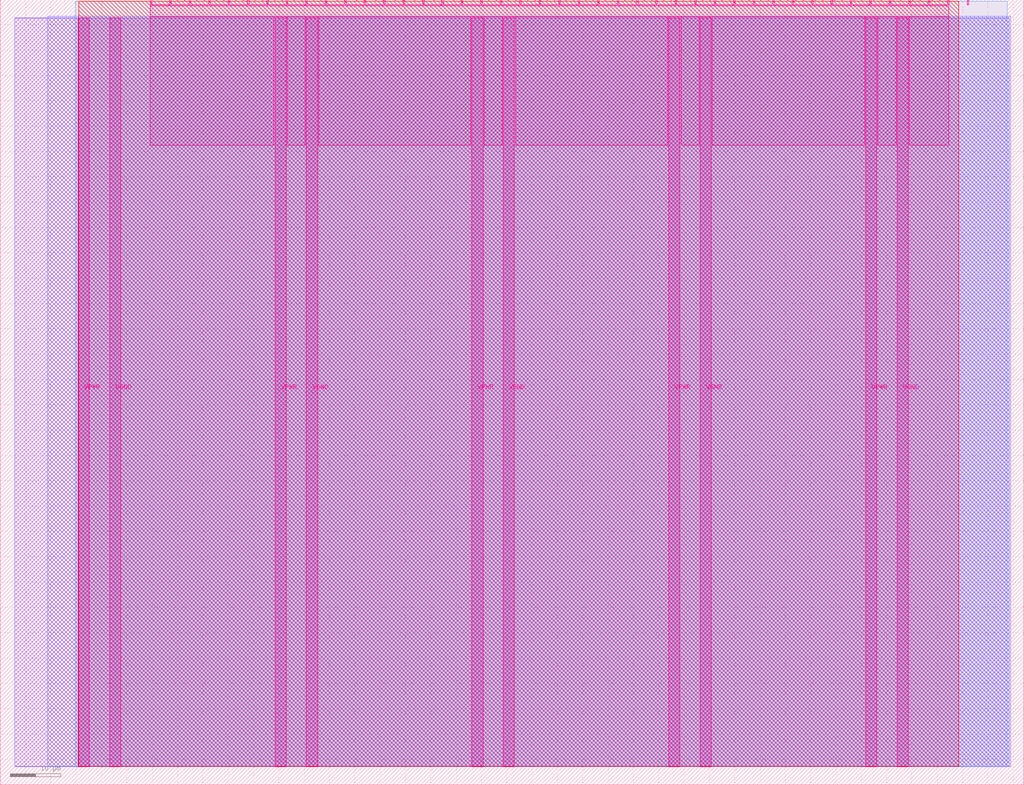
<source format=lef>
VERSION 5.7 ;
  NOWIREEXTENSIONATPIN ON ;
  DIVIDERCHAR "/" ;
  BUSBITCHARS "[]" ;
MACRO tt_um_murmann_group
  CLASS BLOCK ;
  FOREIGN tt_um_murmann_group ;
  ORIGIN 0.000 0.000 ;
  SIZE 202.080 BY 154.980 ;
  PIN VGND
    DIRECTION INOUT ;
    USE GROUND ;
    PORT
      LAYER Metal5 ;
        RECT 21.580 3.560 23.780 151.420 ;
    END
    PORT
      LAYER Metal5 ;
        RECT 60.450 3.560 62.650 151.420 ;
    END
    PORT
      LAYER Metal5 ;
        RECT 99.320 3.560 101.520 151.420 ;
    END
    PORT
      LAYER Metal5 ;
        RECT 138.190 3.560 140.390 151.420 ;
    END
    PORT
      LAYER Metal5 ;
        RECT 177.060 3.560 179.260 151.420 ;
    END
  END VGND
  PIN VPWR
    DIRECTION INOUT ;
    USE POWER ;
    PORT
      LAYER Metal5 ;
        RECT 15.380 3.560 17.580 151.420 ;
    END
    PORT
      LAYER Metal5 ;
        RECT 54.250 3.560 56.450 151.420 ;
    END
    PORT
      LAYER Metal5 ;
        RECT 93.120 3.560 95.320 151.420 ;
    END
    PORT
      LAYER Metal5 ;
        RECT 131.990 3.560 134.190 151.420 ;
    END
    PORT
      LAYER Metal5 ;
        RECT 170.860 3.560 173.060 151.420 ;
    END
  END VPWR
  PIN clk
    DIRECTION INPUT ;
    USE SIGNAL ;
    ANTENNAGATEAREA 0.213200 ;
    PORT
      LAYER Metal5 ;
        RECT 187.050 153.980 187.350 154.980 ;
    END
  END clk
  PIN ena
    DIRECTION INPUT ;
    USE SIGNAL ;
    PORT
      LAYER Metal5 ;
        RECT 190.890 153.980 191.190 154.980 ;
    END
  END ena
  PIN rst_n
    DIRECTION INPUT ;
    USE SIGNAL ;
    ANTENNAGATEAREA 0.180700 ;
    PORT
      LAYER Metal5 ;
        RECT 183.210 153.980 183.510 154.980 ;
    END
  END rst_n
  PIN ui_in[0]
    DIRECTION INPUT ;
    USE SIGNAL ;
    ANTENNAGATEAREA 0.213200 ;
    PORT
      LAYER Metal5 ;
        RECT 179.370 153.980 179.670 154.980 ;
    END
  END ui_in[0]
  PIN ui_in[1]
    DIRECTION INPUT ;
    USE SIGNAL ;
    ANTENNAGATEAREA 0.180700 ;
    PORT
      LAYER Metal5 ;
        RECT 175.530 153.980 175.830 154.980 ;
    END
  END ui_in[1]
  PIN ui_in[2]
    DIRECTION INPUT ;
    USE SIGNAL ;
    ANTENNAGATEAREA 0.393900 ;
    PORT
      LAYER Metal5 ;
        RECT 171.690 153.980 171.990 154.980 ;
    END
  END ui_in[2]
  PIN ui_in[3]
    DIRECTION INPUT ;
    USE SIGNAL ;
    PORT
      LAYER Metal5 ;
        RECT 167.850 153.980 168.150 154.980 ;
    END
  END ui_in[3]
  PIN ui_in[4]
    DIRECTION INPUT ;
    USE SIGNAL ;
    PORT
      LAYER Metal5 ;
        RECT 164.010 153.980 164.310 154.980 ;
    END
  END ui_in[4]
  PIN ui_in[5]
    DIRECTION INPUT ;
    USE SIGNAL ;
    PORT
      LAYER Metal5 ;
        RECT 160.170 153.980 160.470 154.980 ;
    END
  END ui_in[5]
  PIN ui_in[6]
    DIRECTION INPUT ;
    USE SIGNAL ;
    PORT
      LAYER Metal5 ;
        RECT 156.330 153.980 156.630 154.980 ;
    END
  END ui_in[6]
  PIN ui_in[7]
    DIRECTION INPUT ;
    USE SIGNAL ;
    PORT
      LAYER Metal5 ;
        RECT 152.490 153.980 152.790 154.980 ;
    END
  END ui_in[7]
  PIN uio_in[0]
    DIRECTION INPUT ;
    USE SIGNAL ;
    PORT
      LAYER Metal5 ;
        RECT 148.650 153.980 148.950 154.980 ;
    END
  END uio_in[0]
  PIN uio_in[1]
    DIRECTION INPUT ;
    USE SIGNAL ;
    PORT
      LAYER Metal5 ;
        RECT 144.810 153.980 145.110 154.980 ;
    END
  END uio_in[1]
  PIN uio_in[2]
    DIRECTION INPUT ;
    USE SIGNAL ;
    PORT
      LAYER Metal5 ;
        RECT 140.970 153.980 141.270 154.980 ;
    END
  END uio_in[2]
  PIN uio_in[3]
    DIRECTION INPUT ;
    USE SIGNAL ;
    PORT
      LAYER Metal5 ;
        RECT 137.130 153.980 137.430 154.980 ;
    END
  END uio_in[3]
  PIN uio_in[4]
    DIRECTION INPUT ;
    USE SIGNAL ;
    PORT
      LAYER Metal5 ;
        RECT 133.290 153.980 133.590 154.980 ;
    END
  END uio_in[4]
  PIN uio_in[5]
    DIRECTION INPUT ;
    USE SIGNAL ;
    PORT
      LAYER Metal5 ;
        RECT 129.450 153.980 129.750 154.980 ;
    END
  END uio_in[5]
  PIN uio_in[6]
    DIRECTION INPUT ;
    USE SIGNAL ;
    PORT
      LAYER Metal5 ;
        RECT 125.610 153.980 125.910 154.980 ;
    END
  END uio_in[6]
  PIN uio_in[7]
    DIRECTION INPUT ;
    USE SIGNAL ;
    PORT
      LAYER Metal5 ;
        RECT 121.770 153.980 122.070 154.980 ;
    END
  END uio_in[7]
  PIN uio_oe[0]
    DIRECTION OUTPUT ;
    USE SIGNAL ;
    ANTENNADIFFAREA 0.392700 ;
    PORT
      LAYER Metal5 ;
        RECT 56.490 153.980 56.790 154.980 ;
    END
  END uio_oe[0]
  PIN uio_oe[1]
    DIRECTION OUTPUT ;
    USE SIGNAL ;
    ANTENNADIFFAREA 0.392700 ;
    PORT
      LAYER Metal5 ;
        RECT 52.650 153.980 52.950 154.980 ;
    END
  END uio_oe[1]
  PIN uio_oe[2]
    DIRECTION OUTPUT ;
    USE SIGNAL ;
    ANTENNADIFFAREA 0.392700 ;
    PORT
      LAYER Metal5 ;
        RECT 48.810 153.980 49.110 154.980 ;
    END
  END uio_oe[2]
  PIN uio_oe[3]
    DIRECTION OUTPUT ;
    USE SIGNAL ;
    ANTENNADIFFAREA 0.392700 ;
    PORT
      LAYER Metal5 ;
        RECT 44.970 153.980 45.270 154.980 ;
    END
  END uio_oe[3]
  PIN uio_oe[4]
    DIRECTION OUTPUT ;
    USE SIGNAL ;
    ANTENNADIFFAREA 0.392700 ;
    PORT
      LAYER Metal5 ;
        RECT 41.130 153.980 41.430 154.980 ;
    END
  END uio_oe[4]
  PIN uio_oe[5]
    DIRECTION OUTPUT ;
    USE SIGNAL ;
    ANTENNADIFFAREA 0.392700 ;
    PORT
      LAYER Metal5 ;
        RECT 37.290 153.980 37.590 154.980 ;
    END
  END uio_oe[5]
  PIN uio_oe[6]
    DIRECTION OUTPUT ;
    USE SIGNAL ;
    ANTENNADIFFAREA 0.392700 ;
    PORT
      LAYER Metal5 ;
        RECT 33.450 153.980 33.750 154.980 ;
    END
  END uio_oe[6]
  PIN uio_oe[7]
    DIRECTION OUTPUT ;
    USE SIGNAL ;
    ANTENNADIFFAREA 0.392700 ;
    PORT
      LAYER Metal5 ;
        RECT 29.610 153.980 29.910 154.980 ;
    END
  END uio_oe[7]
  PIN uio_out[0]
    DIRECTION OUTPUT ;
    USE SIGNAL ;
    ANTENNAGATEAREA 0.109200 ;
    ANTENNADIFFAREA 0.632400 ;
    PORT
      LAYER Metal5 ;
        RECT 87.210 153.980 87.510 154.980 ;
    END
  END uio_out[0]
  PIN uio_out[1]
    DIRECTION OUTPUT ;
    USE SIGNAL ;
    ANTENNAGATEAREA 0.109200 ;
    ANTENNADIFFAREA 0.632400 ;
    PORT
      LAYER Metal5 ;
        RECT 83.370 153.980 83.670 154.980 ;
    END
  END uio_out[1]
  PIN uio_out[2]
    DIRECTION OUTPUT ;
    USE SIGNAL ;
    ANTENNAGATEAREA 0.109200 ;
    ANTENNADIFFAREA 0.632400 ;
    PORT
      LAYER Metal5 ;
        RECT 79.530 153.980 79.830 154.980 ;
    END
  END uio_out[2]
  PIN uio_out[3]
    DIRECTION OUTPUT ;
    USE SIGNAL ;
    ANTENNAGATEAREA 0.109200 ;
    ANTENNADIFFAREA 0.632400 ;
    PORT
      LAYER Metal5 ;
        RECT 75.690 153.980 75.990 154.980 ;
    END
  END uio_out[3]
  PIN uio_out[4]
    DIRECTION OUTPUT ;
    USE SIGNAL ;
    ANTENNAGATEAREA 0.109200 ;
    ANTENNADIFFAREA 0.632400 ;
    PORT
      LAYER Metal5 ;
        RECT 71.850 153.980 72.150 154.980 ;
    END
  END uio_out[4]
  PIN uio_out[5]
    DIRECTION OUTPUT ;
    USE SIGNAL ;
    ANTENNAGATEAREA 0.109200 ;
    ANTENNADIFFAREA 0.632400 ;
    PORT
      LAYER Metal5 ;
        RECT 68.010 153.980 68.310 154.980 ;
    END
  END uio_out[5]
  PIN uio_out[6]
    DIRECTION OUTPUT ;
    USE SIGNAL ;
    ANTENNAGATEAREA 0.109200 ;
    ANTENNADIFFAREA 0.632400 ;
    PORT
      LAYER Metal5 ;
        RECT 64.170 153.980 64.470 154.980 ;
    END
  END uio_out[6]
  PIN uio_out[7]
    DIRECTION OUTPUT ;
    USE SIGNAL ;
    ANTENNAGATEAREA 0.109200 ;
    ANTENNADIFFAREA 0.632400 ;
    PORT
      LAYER Metal5 ;
        RECT 60.330 153.980 60.630 154.980 ;
    END
  END uio_out[7]
  PIN uo_out[0]
    DIRECTION OUTPUT ;
    USE SIGNAL ;
    ANTENNAGATEAREA 0.109200 ;
    ANTENNADIFFAREA 0.632400 ;
    PORT
      LAYER Metal5 ;
        RECT 117.930 153.980 118.230 154.980 ;
    END
  END uo_out[0]
  PIN uo_out[1]
    DIRECTION OUTPUT ;
    USE SIGNAL ;
    ANTENNAGATEAREA 0.109200 ;
    ANTENNADIFFAREA 0.632400 ;
    PORT
      LAYER Metal5 ;
        RECT 114.090 153.980 114.390 154.980 ;
    END
  END uo_out[1]
  PIN uo_out[2]
    DIRECTION OUTPUT ;
    USE SIGNAL ;
    ANTENNAGATEAREA 0.109200 ;
    ANTENNADIFFAREA 0.632400 ;
    PORT
      LAYER Metal5 ;
        RECT 110.250 153.980 110.550 154.980 ;
    END
  END uo_out[2]
  PIN uo_out[3]
    DIRECTION OUTPUT ;
    USE SIGNAL ;
    ANTENNAGATEAREA 0.109200 ;
    ANTENNADIFFAREA 0.632400 ;
    PORT
      LAYER Metal5 ;
        RECT 106.410 153.980 106.710 154.980 ;
    END
  END uo_out[3]
  PIN uo_out[4]
    DIRECTION OUTPUT ;
    USE SIGNAL ;
    ANTENNAGATEAREA 0.109200 ;
    ANTENNADIFFAREA 0.632400 ;
    PORT
      LAYER Metal5 ;
        RECT 102.570 153.980 102.870 154.980 ;
    END
  END uo_out[4]
  PIN uo_out[5]
    DIRECTION OUTPUT ;
    USE SIGNAL ;
    ANTENNAGATEAREA 0.109200 ;
    ANTENNADIFFAREA 0.632400 ;
    PORT
      LAYER Metal5 ;
        RECT 98.730 153.980 99.030 154.980 ;
    END
  END uo_out[5]
  PIN uo_out[6]
    DIRECTION OUTPUT ;
    USE SIGNAL ;
    ANTENNAGATEAREA 0.109200 ;
    ANTENNADIFFAREA 0.632400 ;
    PORT
      LAYER Metal5 ;
        RECT 94.890 153.980 95.190 154.980 ;
    END
  END uo_out[6]
  PIN uo_out[7]
    DIRECTION OUTPUT ;
    USE SIGNAL ;
    ANTENNAGATEAREA 0.109200 ;
    ANTENNADIFFAREA 0.632400 ;
    PORT
      LAYER Metal5 ;
        RECT 91.050 153.980 91.350 154.980 ;
    END
  END uo_out[7]
  OBS
      LAYER GatPoly ;
        RECT 2.880 3.630 199.200 151.350 ;
      LAYER Metal1 ;
        RECT 2.880 3.560 199.200 151.420 ;
      LAYER Metal2 ;
        RECT 9.410 3.680 199.475 151.720 ;
      LAYER Metal3 ;
        RECT 14.780 3.635 198.820 154.705 ;
      LAYER Metal4 ;
        RECT 15.515 3.680 189.265 154.660 ;
      LAYER Metal5 ;
        RECT 30.120 153.770 33.240 153.980 ;
        RECT 33.960 153.770 37.080 153.980 ;
        RECT 37.800 153.770 40.920 153.980 ;
        RECT 41.640 153.770 44.760 153.980 ;
        RECT 45.480 153.770 48.600 153.980 ;
        RECT 49.320 153.770 52.440 153.980 ;
        RECT 53.160 153.770 56.280 153.980 ;
        RECT 57.000 153.770 60.120 153.980 ;
        RECT 60.840 153.770 63.960 153.980 ;
        RECT 64.680 153.770 67.800 153.980 ;
        RECT 68.520 153.770 71.640 153.980 ;
        RECT 72.360 153.770 75.480 153.980 ;
        RECT 76.200 153.770 79.320 153.980 ;
        RECT 80.040 153.770 83.160 153.980 ;
        RECT 83.880 153.770 87.000 153.980 ;
        RECT 87.720 153.770 90.840 153.980 ;
        RECT 91.560 153.770 94.680 153.980 ;
        RECT 95.400 153.770 98.520 153.980 ;
        RECT 99.240 153.770 102.360 153.980 ;
        RECT 103.080 153.770 106.200 153.980 ;
        RECT 106.920 153.770 110.040 153.980 ;
        RECT 110.760 153.770 113.880 153.980 ;
        RECT 114.600 153.770 117.720 153.980 ;
        RECT 118.440 153.770 121.560 153.980 ;
        RECT 122.280 153.770 125.400 153.980 ;
        RECT 126.120 153.770 129.240 153.980 ;
        RECT 129.960 153.770 133.080 153.980 ;
        RECT 133.800 153.770 136.920 153.980 ;
        RECT 137.640 153.770 140.760 153.980 ;
        RECT 141.480 153.770 144.600 153.980 ;
        RECT 145.320 153.770 148.440 153.980 ;
        RECT 149.160 153.770 152.280 153.980 ;
        RECT 153.000 153.770 156.120 153.980 ;
        RECT 156.840 153.770 159.960 153.980 ;
        RECT 160.680 153.770 163.800 153.980 ;
        RECT 164.520 153.770 167.640 153.980 ;
        RECT 168.360 153.770 171.480 153.980 ;
        RECT 172.200 153.770 175.320 153.980 ;
        RECT 176.040 153.770 179.160 153.980 ;
        RECT 179.880 153.770 183.000 153.980 ;
        RECT 183.720 153.770 186.840 153.980 ;
        RECT 29.660 151.630 187.300 153.770 ;
        RECT 29.660 126.275 54.040 151.630 ;
        RECT 56.660 126.275 60.240 151.630 ;
        RECT 62.860 126.275 92.910 151.630 ;
        RECT 95.530 126.275 99.110 151.630 ;
        RECT 101.730 126.275 131.780 151.630 ;
        RECT 134.400 126.275 137.980 151.630 ;
        RECT 140.600 126.275 170.650 151.630 ;
        RECT 173.270 126.275 176.850 151.630 ;
        RECT 179.470 126.275 187.300 151.630 ;
  END
END tt_um_murmann_group
END LIBRARY


</source>
